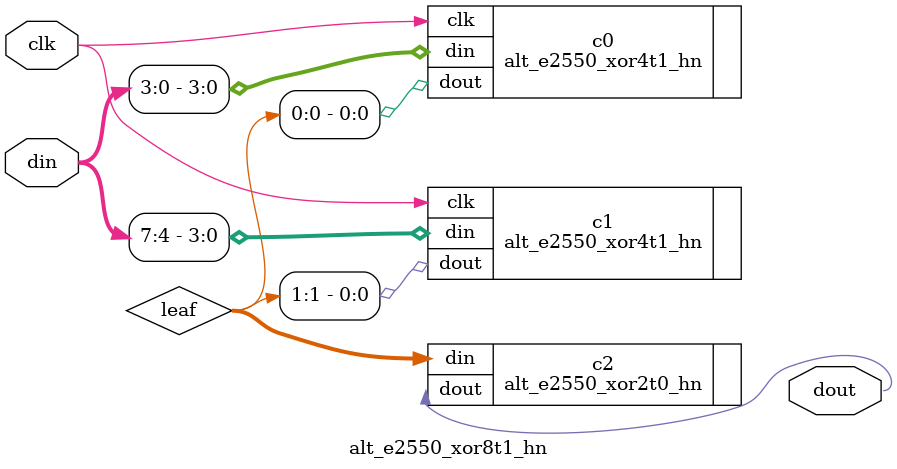
<source format=sv>


`timescale 1ps/1ps


module alt_e2550_xor8t1_hn #(
//    parameter SIM_EMULATE = 1'b0
) (
    input clk,
    input [7:0] din,
    output dout
);

wire [1:0] leaf;

alt_e2550_xor4t1_hn c0 (
    .clk(clk),
    .din(din[3:0]),
    .dout(leaf[0])
);
//defparam c0 .SIM_EMULATE = SIM_EMULATE;

alt_e2550_xor4t1_hn c1 (
    .clk(clk),
    .din(din[7:4]),
    .dout(leaf[1])
);
//defparam c1 .SIM_EMULATE = SIM_EMULATE;

alt_e2550_xor2t0_hn c2 (
    .din(leaf),
    .dout(dout)
);
//defparam c2 .SIM_EMULATE = SIM_EMULATE;

endmodule


</source>
